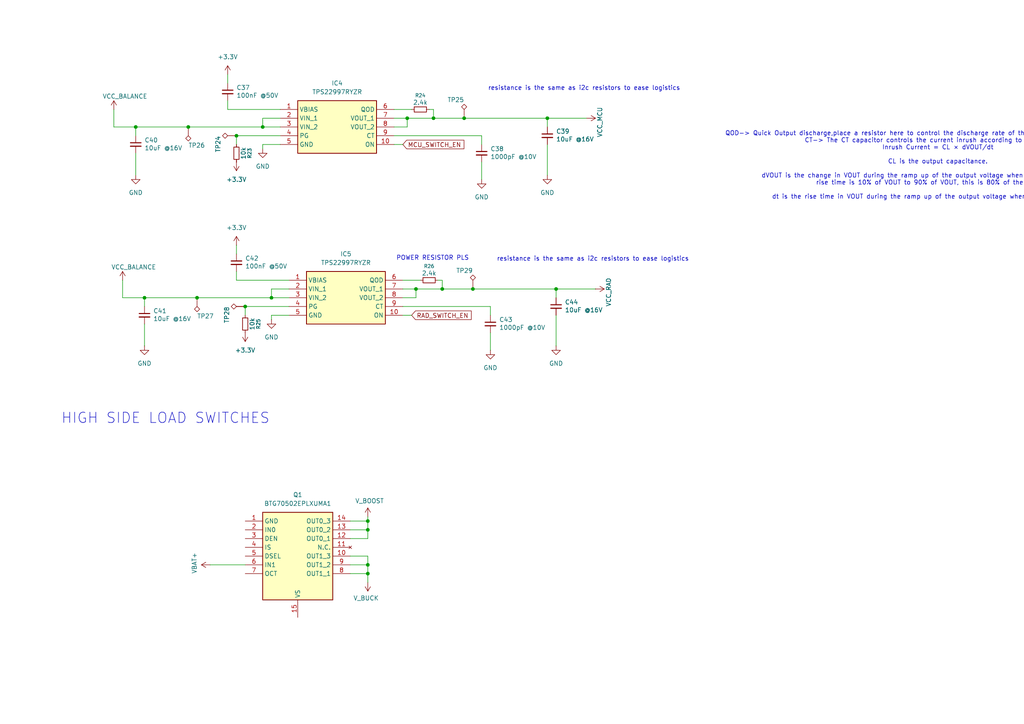
<source format=kicad_sch>
(kicad_sch (version 20250114) (generator "eeschema") (generator_version "9.0")
  (paper "A4")
  (lib_symbols
    (symbol "Connector:TestPoint_Alt" (pin_numbers (hide yes)) (pin_names (offset 0.762) (hide yes))
      (property "Reference" "TP" (at 0 6.858 0))
      (property "Value" "TestPoint_Alt" (at 0 5.08 0))
      (symbol "TestPoint_Alt_0_1"
        (polyline (pts (xy 0 2.54) (xy -0.762 3.302) (xy 0 4.064) (xy 0.762 3.302) (xy 0 2.54)))
      )
      (symbol "TestPoint_Alt_1_1"
        (pin passive line (at 0 0 90) (length 2.54) (name "1") (number "1"))
      )
    )
    (symbol "Device:C_Small" (pin_numbers (hide yes)) (pin_names (offset 0.254) (hide yes))
      (property "Reference" "C" (at 0.254 1.778 0))
      (property "Value" "C_Small" (at 0.254 -2.032 0))
      (symbol "C_Small_0_1"
        (polyline (pts (xy -1.524 0.508) (xy 1.524 0.508)) (stroke (width 0.3048)))
        (polyline (pts (xy -1.524 -0.508) (xy 1.524 -0.508)) (stroke (width 0.3302)))
      )
      (symbol "C_Small_1_1"
        (pin passive line (at 0 2.54 270) (length 2.032) (name "~") (number "1"))
        (pin passive line (at 0 -2.54 90) (length 2.032) (name "~") (number "2"))
      )
    )
    (symbol "Device:R_Small" (pin_numbers (hide yes)) (pin_names (offset 0.254) (hide yes))
      (property "Reference" "R" (at 0 0 90))
      (property "Value" "R_Small" (at 1.778 0 90))
      (symbol "R_Small_0_1"
        (rectangle (start -0.762 1.778) (end 0.762 -1.778) (stroke (width 0.2032)))
      )
      (symbol "R_Small_1_1"
        (pin passive line (at 0 2.54 270) (length 0.762) (name "~") (number "1"))
        (pin passive line (at 0 -2.54 90) (length 0.762) (name "~") (number "2"))
      )
    )
    (symbol "power:+3.3V" (power) (pin_numbers (hide yes)) (pin_names (offset 0) (hide yes))
      (property "Value" "+3.3V" (at 0 3.556 0))
      (symbol "+3.3V_0_1"
        (polyline (pts (xy -0.762 1.27) (xy 0 2.54)))
        (polyline (pts (xy 0 2.54) (xy 0.762 1.27)))
        (polyline (pts (xy 0 0) (xy 0 2.54)))
      )
      (symbol "+3.3V_1_1"
        (pin power_in line (at 0 0 90) (length 0) (name "~") (number "1"))
      )
    )
    (symbol "power:+BATT" (power) (pin_numbers (hide yes)) (pin_names (offset 0) (hide yes))
      (property "Value" "+BATT" (at 0 3.556 0))
      (symbol "+BATT_0_1"
        (polyline (pts (xy -0.762 1.27) (xy 0 2.54)))
        (polyline (pts (xy 0 2.54) (xy 0.762 1.27)))
        (polyline (pts (xy 0 0) (xy 0 2.54)))
      )
      (symbol "+BATT_1_1"
        (pin power_in line (at 0 0 90) (length 0) (name "~") (number "1"))
      )
    )
    (symbol "power:GND1" (power) (pin_numbers (hide yes)) (pin_names (offset 0) (hide yes))
      (property "Value" "GND1" (at 0 -3.81 0))
      (symbol "GND1_0_1"
        (polyline (pts (xy 0 0) (xy 0 -1.27) (xy 1.27 -1.27) (xy 0 -2.54) (xy -1.27 -1.27) (xy 0 -1.27)))
      )
      (symbol "GND1_1_1"
        (pin power_in line (at 0 0 270) (length 0) (name "~") (number "1"))
      )
    )
    (symbol "power:VCC" (power) (pin_numbers (hide yes)) (pin_names (offset 0) (hide yes))
      (property "Value" "VCC" (at 0 3.556 0))
      (symbol "VCC_0_1"
        (polyline (pts (xy -0.762 1.27) (xy 0 2.54)))
        (polyline (pts (xy 0 2.54) (xy 0.762 1.27)))
        (polyline (pts (xy 0 0) (xy 0 2.54)))
      )
      (symbol "VCC_1_1"
        (pin power_in line (at 0 0 90) (length 0) (name "~") (number "1"))
      )
    )
    (symbol "samac_sys:BTG70502EPLXUMA1"
      (property "Reference" "Q" (at 26.67 7.62 0))
      (property "Value" "BTG70502EPLXUMA1" (at 26.67 5.08 0))
      (symbol "BTG70502EPLXUMA1_1_1"
        (rectangle (start 5.08 2.54) (end 25.4 -22.86) (stroke (width 0.254)) (fill (type background)))
        (pin passive line (at 0 0 0) (length 5.08) (name "GND") (number "1"))
        (pin passive line (at 0 -2.54 0) (length 5.08) (name "IN0") (number "2"))
        (pin passive line (at 0 -5.08 0) (length 5.08) (name "DEN") (number "3"))
        (pin passive line (at 0 -7.62 0) (length 5.08) (name "IS") (number "4"))
        (pin passive line (at 0 -10.16 0) (length 5.08) (name "DSEL") (number "5"))
        (pin passive line (at 0 -12.7 0) (length 5.08) (name "IN1") (number "6"))
        (pin passive line (at 0 -15.24 0) (length 5.08) (name "OCT") (number "7"))
        (pin passive line (at 15.24 -27.94 90) (length 5.08) (name "VS") (number "15"))
        (pin passive line (at 30.48 0 180) (length 5.08) (name "OUT0_3") (number "14"))
        (pin passive line (at 30.48 -2.54 180) (length 5.08) (name "OUT0_2") (number "13"))
        (pin passive line (at 30.48 -5.08 180) (length 5.08) (name "OUT0_1") (number "12"))
        (pin no_connect line (at 30.48 -7.62 180) (length 5.08) (name "N.C.") (number "11"))
        (pin passive line (at 30.48 -10.16 180) (length 5.08) (name "OUT1_3") (number "10"))
        (pin passive line (at 30.48 -12.7 180) (length 5.08) (name "OUT1_2") (number "9"))
        (pin passive line (at 30.48 -15.24 180) (length 5.08) (name "OUT1_1") (number "8"))
      )
    )
    (symbol "samac_sys:TPS22997RYZR"
      (property "Reference" "IC" (at 29.21 7.62 0))
      (property "Value" "TPS22997RYZR" (at 29.21 5.08 0))
      (symbol "TPS22997RYZR_1_1"
        (rectangle (start 5.08 2.54) (end 27.94 -12.7) (stroke (width 0.254)) (fill (type background)))
        (pin passive line (at 0 0 0) (length 5.08) (name "VBIAS") (number "1"))
        (pin passive line (at 0 -2.54 0) (length 5.08) (name "VIN_1") (number "2"))
        (pin passive line (at 0 -5.08 0) (length 5.08) (name "VIN_2") (number "3"))
        (pin passive line (at 0 -7.62 0) (length 5.08) (name "PG") (number "4"))
        (pin passive line (at 0 -10.16 0) (length 5.08) (name "GND") (number "5"))
        (pin passive line (at 33.02 0 180) (length 5.08) (name "QOD") (number "6"))
        (pin passive line (at 33.02 -2.54 180) (length 5.08) (name "VOUT_1") (number "7"))
        (pin passive line (at 33.02 -5.08 180) (length 5.08) (name "VOUT_2") (number "8"))
        (pin passive line (at 33.02 -7.62 180) (length 5.08) (name "CT") (number "9"))
        (pin passive line (at 33.02 -10.16 180) (length 5.08) (name "ON") (number "10"))
      )
    )
  )
  (text "resistance is the same as i2c resistors to ease logistics" (at 169.418 25.654 0) (effects (font (size 1.27 1.27))))
  (text "resistance is the same as i2c resistors to ease logistics" (at 171.958 75.184 0) (effects (font (size 1.27 1.27))))
  (text "HIGH SIDE LOAD SWITCHES" (at 48.006 121.412 0) (effects (font (size 3 3))))
  (text "QOD-> Quick Output discharge,place a resistor here to control the discharge rate of the circuit after the switch is disabled.\nCT-> The CT capacitor controls the current inrush according to this equation:\nInrush Current = CL × dVOUT/dt\n\nCL is the output capacitance.\n\n dVOUT is the change in VOUT during the ramp up of the output voltage when device is enabled. Because\nrise time is 10% of VOUT to 90% of VOUT, this is 80% of the VIN value.\n\ndt is the rise time in VOUT during the ramp up of the output voltage when the device is enabled.\n\n" (at 272.034 49.022 0) (effects (font (size 1.27 1.27))))
  (text "POWER RESISTOR PLS" (at 125.476 74.93 0) (effects (font (size 1.27 1.27))))
  (junction (at 76.2 36.83))
  (junction (at 68.58 39.37))
  (junction (at 106.68 151.13))
  (junction (at 106.68 163.83))
  (junction (at 41.91 86.36))
  (junction (at 125.73 34.29))
  (junction (at 106.68 153.67))
  (junction (at 71.12 88.9))
  (junction (at 39.37 36.83))
  (junction (at 54.61 36.83))
  (junction (at 158.75 34.29))
  (junction (at 57.15 86.36))
  (junction (at 78.74 86.36))
  (junction (at 161.29 83.82))
  (junction (at 128.27 83.82))
  (junction (at 137.16 83.82))
  (junction (at 106.68 166.37))
  (junction (at 134.62 34.29))
  (junction (at 118.11 34.29))
  (junction (at 120.65 83.82))
  (wire (pts (xy 161.29 83.82) (xy 161.29 86.36)))
  (wire (pts (xy 60.96 163.83) (xy 71.12 163.83)))
  (wire (pts (xy 114.3 34.29) (xy 118.11 34.29)))
  (wire (pts (xy 83.82 91.44) (xy 78.74 91.44)))
  (wire (pts (xy 81.28 34.29) (xy 76.2 34.29)))
  (wire (pts (xy 106.68 161.29) (xy 106.68 163.83)))
  (wire (pts (xy 81.28 41.91) (xy 76.2 41.91)))
  (wire (pts (xy 116.84 83.82) (xy 120.65 83.82)))
  (wire (pts (xy 106.68 163.83) (xy 106.68 166.37)))
  (wire (pts (xy 161.29 91.44) (xy 161.29 100.33)))
  (wire (pts (xy 118.11 34.29) (xy 118.11 36.83)))
  (wire (pts (xy 139.7 46.99) (xy 139.7 52.07)))
  (wire (pts (xy 128.27 81.28) (xy 128.27 83.82)))
  (wire (pts (xy 106.68 166.37) (xy 106.68 168.91)))
  (wire (pts (xy 66.04 21.59) (xy 66.04 24.13)))
  (wire (pts (xy 78.74 86.36) (xy 83.82 86.36)))
  (wire (pts (xy 124.46 31.75) (xy 125.73 31.75)))
  (wire (pts (xy 158.75 34.29) (xy 170.18 34.29)))
  (wire (pts (xy 161.29 83.82) (xy 172.72 83.82)))
  (wire (pts (xy 125.73 31.75) (xy 125.73 34.29)))
  (wire (pts (xy 76.2 34.29) (xy 76.2 36.83)))
  (wire (pts (xy 68.58 39.37) (xy 81.28 39.37)))
  (wire (pts (xy 114.3 31.75) (xy 119.38 31.75)))
  (wire (pts (xy 106.68 151.13) (xy 106.68 149.86)))
  (wire (pts (xy 101.6 153.67) (xy 106.68 153.67)))
  (wire (pts (xy 101.6 163.83) (xy 106.68 163.83)))
  (wire (pts (xy 125.73 34.29) (xy 134.62 34.29)))
  (wire (pts (xy 33.02 36.83) (xy 39.37 36.83)))
  (wire (pts (xy 137.16 83.82) (xy 161.29 83.82)))
  (wire (pts (xy 106.68 156.21) (xy 106.68 153.67)))
  (wire (pts (xy 158.75 41.91) (xy 158.75 50.8)))
  (wire (pts (xy 35.56 86.36) (xy 41.91 86.36)))
  (wire (pts (xy 101.6 166.37) (xy 106.68 166.37)))
  (wire (pts (xy 76.2 41.91) (xy 76.2 43.18)))
  (wire (pts (xy 68.58 81.28) (xy 83.82 81.28)))
  (wire (pts (xy 114.3 41.91) (xy 116.84 41.91)))
  (wire (pts (xy 101.6 161.29) (xy 106.68 161.29)))
  (wire (pts (xy 116.84 81.28) (xy 121.92 81.28)))
  (wire (pts (xy 71.12 88.9) (xy 83.82 88.9)))
  (wire (pts (xy 114.3 39.37) (xy 139.7 39.37)))
  (wire (pts (xy 41.91 86.36) (xy 57.15 86.36)))
  (wire (pts (xy 41.91 88.9) (xy 41.91 86.36)))
  (wire (pts (xy 134.62 34.29) (xy 158.75 34.29)))
  (wire (pts (xy 78.74 83.82) (xy 78.74 86.36)))
  (wire (pts (xy 142.24 88.9) (xy 142.24 91.44)))
  (wire (pts (xy 116.84 91.44) (xy 119.38 91.44)))
  (wire (pts (xy 39.37 44.45) (xy 39.37 50.8)))
  (wire (pts (xy 33.02 31.75) (xy 33.02 36.83)))
  (wire (pts (xy 128.27 83.82) (xy 137.16 83.82)))
  (wire (pts (xy 101.6 156.21) (xy 106.68 156.21)))
  (wire (pts (xy 120.65 83.82) (xy 120.65 86.36)))
  (wire (pts (xy 83.82 83.82) (xy 78.74 83.82)))
  (wire (pts (xy 76.2 36.83) (xy 81.28 36.83)))
  (wire (pts (xy 66.04 29.21) (xy 66.04 31.75)))
  (wire (pts (xy 120.65 83.82) (xy 128.27 83.82)))
  (wire (pts (xy 35.56 81.28) (xy 35.56 86.36)))
  (wire (pts (xy 68.58 78.74) (xy 68.58 81.28)))
  (wire (pts (xy 78.74 91.44) (xy 78.74 92.71)))
  (wire (pts (xy 41.91 93.98) (xy 41.91 100.33)))
  (wire (pts (xy 68.58 39.37) (xy 68.58 41.91)))
  (wire (pts (xy 39.37 39.37) (xy 39.37 36.83)))
  (wire (pts (xy 71.12 88.9) (xy 71.12 91.44)))
  (wire (pts (xy 116.84 88.9) (xy 142.24 88.9)))
  (wire (pts (xy 120.65 86.36) (xy 116.84 86.36)))
  (wire (pts (xy 158.75 34.29) (xy 158.75 36.83)))
  (wire (pts (xy 101.6 151.13) (xy 106.68 151.13)))
  (wire (pts (xy 54.61 36.83) (xy 76.2 36.83)))
  (wire (pts (xy 127 81.28) (xy 128.27 81.28)))
  (wire (pts (xy 106.68 153.67) (xy 106.68 151.13)))
  (wire (pts (xy 139.7 39.37) (xy 139.7 41.91)))
  (wire (pts (xy 66.04 31.75) (xy 81.28 31.75)))
  (wire (pts (xy 142.24 96.52) (xy 142.24 101.6)))
  (wire (pts (xy 118.11 34.29) (xy 125.73 34.29)))
  (wire (pts (xy 57.15 86.36) (xy 78.74 86.36)))
  (wire (pts (xy 39.37 36.83) (xy 54.61 36.83)))
  (wire (pts (xy 118.11 36.83) (xy 114.3 36.83)))
  (wire (pts (xy 68.58 71.12) (xy 68.58 73.66)))
  (global_label "RAD_SWITCH_EN" (shape input) (at 119.38 91.44 0) (property "Intersheetrefs" "${INTERSHEET_REFS}" (effects (hide yes))))
  (global_label "MCU_SWITCH_EN" (shape input) (at 116.84 41.91 0) (property "Intersheetrefs" "${INTERSHEET_REFS}" (effects (hide yes))))
  (symbol (lib_id "power:VCC") (at 172.72 83.82 270) (unit 1)
    (property "Reference" "#PWR093" (effects (hide yes)))
    (property "Value" "VCC_RAD" (at 176.53 80.518 0) (effects (justify left)))
    (property "Description" "Power symbol creates a global label with name \"VCC\"" (effects (hide yes)))
  )
  (symbol (lib_id "Connector:TestPoint_Alt") (at 57.15 86.36 180) (unit 1)
    (property "Reference" "TP27" (at 57.15 91.694 0) (effects (justify right)))
    (property "Value" "TestPoint_Alt" (effects (hide yes)))
    (property "Description" "test point (alternative shape)" (effects (hide yes)))
  )
  (symbol (lib_id "Device:R_Small") (at 121.92 31.75 90) (unit 1)
    (property "Reference" "R24" (at 121.92 27.686 90) (effects (font (size 1.016 1.016))))
    (property "Value" "2.4k" (at 121.92 29.718 90))
    (property "Description" "Resistor, small symbol" (effects (hide yes)))
  )
  (symbol (lib_id "power:VCC") (at 33.02 31.75 0) (unit 1)
    (property "Reference" "#PWR079" (effects (hide yes)))
    (property "Value" "VCC_BALANCE" (at 29.718 27.94 0) (effects (justify left)))
    (property "Description" "Power symbol creates a global label with name \"VCC\"" (effects (hide yes)))
  )
  (symbol (lib_id "power:GND1") (at 139.7 52.07 0) (unit 1)
    (property "Reference" "#PWR083" (effects (hide yes)))
    (property "Value" "GND" (at 139.7 57.15 0))
    (property "Description" "Power symbol creates a global label with name \"GND1\" , ground" (effects (hide yes)))
  )
  (symbol (lib_id "power:GND1") (at 76.2 43.18 0) (unit 1)
    (property "Reference" "#PWR080" (effects (hide yes)))
    (property "Value" "GND" (at 76.2 48.26 0))
    (property "Description" "Power symbol creates a global label with name \"GND1\" , ground" (effects (hide yes)))
  )
  (symbol (lib_id "power:+BATT") (at 106.68 168.91 180) (unit 1)
    (property "Reference" "#PWR094" (effects (hide yes)))
    (property "Value" "V_BUCK" (at 106.172 173.482 0))
    (property "Description" "Power symbol creates a global label with name \"+BATT\"" (effects (hide yes)))
  )
  (symbol (lib_id "power:GND1") (at 158.75 50.8 0) (unit 1)
    (property "Reference" "#PWR084" (effects (hide yes)))
    (property "Value" "GND" (at 158.75 55.88 0))
    (property "Description" "Power symbol creates a global label with name \"GND1\" , ground" (effects (hide yes)))
  )
  (symbol (lib_id "Device:C_Small") (at 68.58 76.2 0) (unit 1)
    (property "Reference" "C42" (at 71.12 74.9362 0) (effects (justify left)))
    (property "Value" "100nF @50V" (at 71.12 77.216 0) (effects (justify left)))
    (property "Datasheet" "GRM188R61A226ME15D" (effects (hide yes)))
    (property "Description" "Unpolarized capacitor, small symbol" (effects (hide yes)))
  )
  (symbol (lib_id "Connector:TestPoint_Alt") (at 71.12 88.9 90) (unit 1)
    (property "Reference" "TP28" (at 65.786 88.9 0) (effects (justify right)))
    (property "Value" "TestPoint_Alt" (effects (hide yes)))
    (property "Description" "test point (alternative shape)" (effects (hide yes)))
  )
  (symbol (lib_id "power:+BATT") (at 106.68 149.86 0) (unit 1)
    (property "Reference" "#PWR076" (effects (hide yes)))
    (property "Value" "V_BOOST" (at 107.188 145.288 0))
    (property "Description" "Power symbol creates a global label with name \"+BATT\"" (effects (hide yes)))
  )
  (symbol (lib_id "Connector:TestPoint_Alt") (at 54.61 36.83 180) (unit 1)
    (property "Reference" "TP26" (at 54.61 42.164 0) (effects (justify right)))
    (property "Value" "TestPoint_Alt" (effects (hide yes)))
    (property "Description" "test point (alternative shape)" (effects (hide yes)))
  )
  (symbol (lib_id "Device:C_Small") (at 39.37 41.91 0) (unit 1)
    (property "Reference" "C40" (at 41.91 40.6462 0) (effects (justify left)))
    (property "Value" "10uF @16V" (at 41.91 42.926 0) (effects (justify left)))
    (property "Description" "Unpolarized capacitor, small symbol" (effects (hide yes)))
  )
  (symbol (lib_id "power:GND1") (at 161.29 100.33 0) (unit 1)
    (property "Reference" "#PWR092" (effects (hide yes)))
    (property "Value" "GND" (at 161.29 105.41 0))
    (property "Description" "Power symbol creates a global label with name \"GND1\" , ground" (effects (hide yes)))
  )
  (symbol (lib_id "power:+3.3V") (at 66.04 21.59 0) (unit 1)
    (property "Reference" "#PWR078" (effects (hide yes)))
    (property "Value" "+3.3V" (at 66.04 16.51 0))
    (property "Description" "Power symbol creates a global label with name \"+3.3V\"" (effects (hide yes)))
  )
  (symbol (lib_id "Device:C_Small") (at 161.29 88.9 0) (unit 1)
    (property "Reference" "C44" (at 163.83 87.6362 0) (effects (justify left)))
    (property "Value" "10uF @16V" (at 163.83 89.916 0) (effects (justify left)))
    (property "Description" "Unpolarized capacitor, small symbol" (effects (hide yes)))
  )
  (symbol (lib_id "Device:R_Small") (at 68.58 44.45 180) (unit 1)
    (property "Reference" "R23" (at 72.39 44.45 90) (effects (font (size 1.016 1.016))))
    (property "Value" "10k" (at 70.612 44.45 90))
    (property "Description" "Resistor, small symbol" (effects (hide yes)))
  )
  (symbol (lib_id "power:VCC") (at 35.56 81.28 0) (unit 1)
    (property "Reference" "#PWR086" (effects (hide yes)))
    (property "Value" "VCC_BALANCE" (at 32.258 77.47 0) (effects (justify left)))
    (property "Description" "Power symbol creates a global label with name \"VCC\"" (effects (hide yes)))
  )
  (symbol (lib_id "Connector:TestPoint_Alt") (at 137.16 83.82 0) (unit 1)
    (property "Reference" "TP29" (at 137.16 78.486 0) (effects (justify right)))
    (property "Value" "TestPoint_Alt" (effects (hide yes)))
    (property "Description" "test point (alternative shape)" (effects (hide yes)))
  )
  (symbol (lib_id "Device:C_Small") (at 41.91 91.44 0) (unit 1)
    (property "Reference" "C41" (at 44.45 90.1762 0) (effects (justify left)))
    (property "Value" "10uF @16V" (at 44.45 92.456 0) (effects (justify left)))
    (property "Description" "Unpolarized capacitor, small symbol" (effects (hide yes)))
  )
  (symbol (lib_id "samac_sys:BTG70502EPLXUMA1") (at 71.12 151.13 0) (unit 1)
    (property "Reference" "Q1" (at 86.36 143.51 0))
    (property "Value" "BTG70502EPLXUMA1" (at 86.36 146.05 0))
    (property "Footprint" "SOP65P600X150-15N" (effects (hide yes)))
    (property "Description" "Power Switch ICs - Power Distribution" (effects (hide yes)))
    (property "Height" "1.5" (effects (hide yes)))
    (property "Mouser Part Number" "726-BTG70502EPLXUMA1" (effects (hide yes)))
    (property "Mouser Price/Stock" "https://www.mouser.co.uk/ProductDetail/Infineon-Technologies/BTG70502EPLXUMA1?qs=8Wlm6%252BaMh8TGNUtnSrzIrQ%3D%3D" (effects (hide yes)))
    (property "Manufacturer_Name" "Infineon" (effects (hide yes)))
    (property "Manufacturer_Part_Number" "BTG70502EPLXUMA1" (effects (hide yes)))
  )
  (symbol (lib_id "power:+3.3V") (at 68.58 46.99 180) (unit 1)
    (property "Reference" "#PWR081" (effects (hide yes)))
    (property "Value" "+3.3V" (at 68.58 52.07 0))
    (property "Description" "Power symbol creates a global label with name \"+3.3V\"" (effects (hide yes)))
  )
  (symbol (lib_id "power:GND1") (at 142.24 101.6 0) (unit 1)
    (property "Reference" "#PWR091" (effects (hide yes)))
    (property "Value" "GND" (at 142.24 106.68 0))
    (property "Description" "Power symbol creates a global label with name \"GND1\" , ground" (effects (hide yes)))
  )
  (symbol (lib_id "power:VCC") (at 170.18 34.29 270) (unit 1)
    (property "Reference" "#PWR082" (effects (hide yes)))
    (property "Value" "VCC_MCU" (at 173.99 30.988 0) (effects (justify left)))
    (property "Description" "Power symbol creates a global label with name \"VCC\"" (effects (hide yes)))
  )
  (symbol (lib_id "Device:R_Small") (at 71.12 93.98 180) (unit 1)
    (property "Reference" "R25" (at 74.93 93.98 90) (effects (font (size 1.016 1.016))))
    (property "Value" "10k" (at 73.152 93.98 90))
    (property "Description" "Resistor, small symbol" (effects (hide yes)))
  )
  (symbol (lib_id "Connector:TestPoint_Alt") (at 68.58 39.37 90) (unit 1)
    (property "Reference" "TP24" (at 63.246 39.37 0) (effects (justify right)))
    (property "Value" "TestPoint_Alt" (effects (hide yes)))
    (property "Description" "test point (alternative shape)" (effects (hide yes)))
  )
  (symbol (lib_id "power:+BATT") (at 60.96 163.83 90) (unit 1)
    (property "Reference" "#PWR055" (effects (hide yes)))
    (property "Value" "VBAT+" (at 56.388 163.322 0))
    (property "Description" "Power symbol creates a global label with name \"+BATT\"" (effects (hide yes)))
  )
  (symbol (lib_id "Device:R_Small") (at 124.46 81.28 90) (unit 1)
    (property "Reference" "R26" (at 124.46 77.216 90) (effects (font (size 1.016 1.016))))
    (property "Value" "2.4k" (at 124.46 79.248 90))
    (property "Description" "Resistor, small symbol" (effects (hide yes)))
  )
  (symbol (lib_id "Device:C_Small") (at 66.04 26.67 0) (unit 1)
    (property "Reference" "C37" (at 68.58 25.4062 0) (effects (justify left)))
    (property "Value" "100nF @50V" (at 68.58 27.686 0) (effects (justify left)))
    (property "Datasheet" "GRM188R61A226ME15D" (effects (hide yes)))
    (property "Description" "Unpolarized capacitor, small symbol" (effects (hide yes)))
  )
  (symbol (lib_id "Device:C_Small") (at 158.75 39.37 0) (unit 1)
    (property "Reference" "C39" (at 161.29 38.1062 0) (effects (justify left)))
    (property "Value" "10uF @16V" (at 161.29 40.386 0) (effects (justify left)))
    (property "Description" "Unpolarized capacitor, small symbol" (effects (hide yes)))
  )
  (symbol (lib_id "Device:C_Small") (at 139.7 44.45 0) (unit 1)
    (property "Reference" "C38" (at 142.24 43.1862 0) (effects (justify left)))
    (property "Value" "1000pF @10V" (at 142.24 45.466 0) (effects (justify left)))
    (property "Datasheet" "GRM188R61A226ME15D" (effects (hide yes)))
    (property "Description" "Unpolarized capacitor, small symbol" (effects (hide yes)))
  )
  (symbol (lib_id "power:GND1") (at 78.74 92.71 0) (unit 1)
    (property "Reference" "#PWR090" (effects (hide yes)))
    (property "Value" "GND" (at 78.74 97.79 0))
    (property "Description" "Power symbol creates a global label with name \"GND1\" , ground" (effects (hide yes)))
  )
  (symbol (lib_id "Connector:TestPoint_Alt") (at 134.62 34.29 0) (unit 1)
    (property "Reference" "TP25" (at 134.62 28.956 0) (effects (justify right)))
    (property "Value" "TestPoint_Alt" (effects (hide yes)))
    (property "Description" "test point (alternative shape)" (effects (hide yes)))
  )
  (symbol (lib_id "samac_sys:TPS22997RYZR") (at 83.82 81.28 0) (unit 1)
    (property "Reference" "IC5" (at 100.33 73.66 0))
    (property "Value" "TPS22997RYZR" (at 100.33 76.2 0))
    (property "Footprint" "TPS22997RYZR" (effects (hide yes)))
    (property "Datasheet" "https://www.ti.com/lit/gpn/tps22997?HQS=ti-null-null-sf-df-pf-sep-wwe&DCM=yes?hkey=EF798316E3902B6ED9A73243A3159BB0" (effects (hide yes)))
    (property "Description" "TPS22997 5.5-V, 10-A, 4-m On-Resistance Load Switch with Adjustable Rise Time" (effects (hide yes)))
    (property "Height" "0.8" (effects (hide yes)))
    (property "Mouser Part Number" "595-TPS22997RYZR" (effects (hide yes)))
    (property "Mouser Price/Stock" "https://www.mouser.co.uk/ProductDetail/Texas-Instruments/TPS22997RYZR?qs=amGC7iS6iy986RqKkXLlig%3D%3D" (effects (hide yes)))
    (property "Manufacturer_Name" "Texas Instruments" (effects (hide yes)))
    (property "Manufacturer_Part_Number" "TPS22997RYZR" (effects (hide yes)))
  )
  (symbol (lib_id "power:+3.3V") (at 68.58 71.12 0) (unit 1)
    (property "Reference" "#PWR088" (effects (hide yes)))
    (property "Value" "+3.3V" (at 68.58 66.04 0))
    (property "Description" "Power symbol creates a global label with name \"+3.3V\"" (effects (hide yes)))
  )
  (symbol (lib_id "samac_sys:TPS22997RYZR") (at 81.28 31.75 0) (unit 1)
    (property "Reference" "IC4" (at 97.79 24.13 0))
    (property "Value" "TPS22997RYZR" (at 97.79 26.67 0))
    (property "Footprint" "TPS22997RYZR" (effects (hide yes)))
    (property "Datasheet" "https://www.ti.com/lit/gpn/tps22997?HQS=ti-null-null-sf-df-pf-sep-wwe&DCM=yes?hkey=EF798316E3902B6ED9A73243A3159BB0" (effects (hide yes)))
    (property "Description" "TPS22997 5.5-V, 10-A, 4-m On-Resistance Load Switch with Adjustable Rise Time" (effects (hide yes)))
    (property "Height" "0.8" (effects (hide yes)))
    (property "Mouser Part Number" "595-TPS22997RYZR" (effects (hide yes)))
    (property "Mouser Price/Stock" "https://www.mouser.co.uk/ProductDetail/Texas-Instruments/TPS22997RYZR?qs=amGC7iS6iy986RqKkXLlig%3D%3D" (effects (hide yes)))
    (property "Manufacturer_Name" "Texas Instruments" (effects (hide yes)))
    (property "Manufacturer_Part_Number" "TPS22997RYZR" (effects (hide yes)))
  )
  (symbol (lib_id "Device:C_Small") (at 142.24 93.98 0) (unit 1)
    (property "Reference" "C43" (at 144.78 92.7162 0) (effects (justify left)))
    (property "Value" "1000pF @10V" (at 144.78 94.996 0) (effects (justify left)))
    (property "Datasheet" "GRM188R61A226ME15D" (effects (hide yes)))
    (property "Description" "Unpolarized capacitor, small symbol" (effects (hide yes)))
  )
  (symbol (lib_id "power:GND1") (at 41.91 100.33 0) (unit 1)
    (property "Reference" "#PWR087" (effects (hide yes)))
    (property "Value" "GND" (at 41.91 105.41 0))
    (property "Description" "Power symbol creates a global label with name \"GND1\" , ground" (effects (hide yes)))
  )
  (symbol (lib_id "power:GND1") (at 39.37 50.8 0) (unit 1)
    (property "Reference" "#PWR085" (effects (hide yes)))
    (property "Value" "GND" (at 39.37 55.88 0))
    (property "Description" "Power symbol creates a global label with name \"GND1\" , ground" (effects (hide yes)))
  )
  (symbol (lib_id "power:+3.3V") (at 71.12 96.52 180) (unit 1)
    (property "Reference" "#PWR089" (effects (hide yes)))
    (property "Value" "+3.3V" (at 71.12 101.6 0))
    (property "Description" "Power symbol creates a global label with name \"+3.3V\"" (effects (hide yes)))
  )
)
</source>
